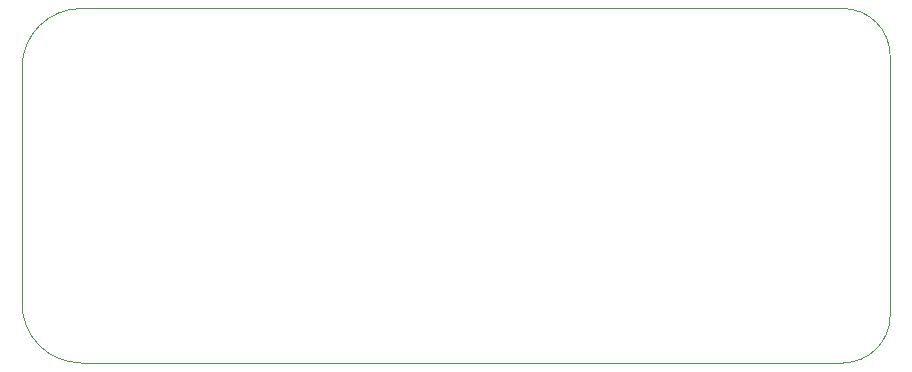
<source format=gm1>
G04 #@! TF.GenerationSoftware,KiCad,Pcbnew,(5.1.10)-1*
G04 #@! TF.CreationDate,2021-08-27T01:26:18-04:00*
G04 #@! TF.ProjectId,Water_Valve_Sensor,57617465-725f-4566-916c-76655f53656e,rev?*
G04 #@! TF.SameCoordinates,Original*
G04 #@! TF.FileFunction,Profile,NP*
%FSLAX46Y46*%
G04 Gerber Fmt 4.6, Leading zero omitted, Abs format (unit mm)*
G04 Created by KiCad (PCBNEW (5.1.10)-1) date 2021-08-27 01:26:18*
%MOMM*%
%LPD*%
G01*
G04 APERTURE LIST*
G04 #@! TA.AperFunction,Profile*
%ADD10C,0.050000*%
G04 #@! TD*
G04 APERTURE END LIST*
D10*
X108500000Y-147000000D02*
G75*
G02*
X104500000Y-151000000I-4000000J0D01*
G01*
X104500000Y-121000000D02*
G75*
G02*
X108500000Y-125000000I0J-4000000D01*
G01*
X40000000Y-151000000D02*
G75*
G02*
X35000000Y-146000000I0J5000000D01*
G01*
X35000000Y-126000000D02*
G75*
G02*
X40000000Y-121000000I5000000J0D01*
G01*
X104500000Y-121000000D02*
X40000000Y-121000000D01*
X108500000Y-147000000D02*
X108500000Y-125000000D01*
X40000000Y-151000000D02*
X104500000Y-151000000D01*
X35000000Y-126000000D02*
X35000000Y-146000000D01*
M02*

</source>
